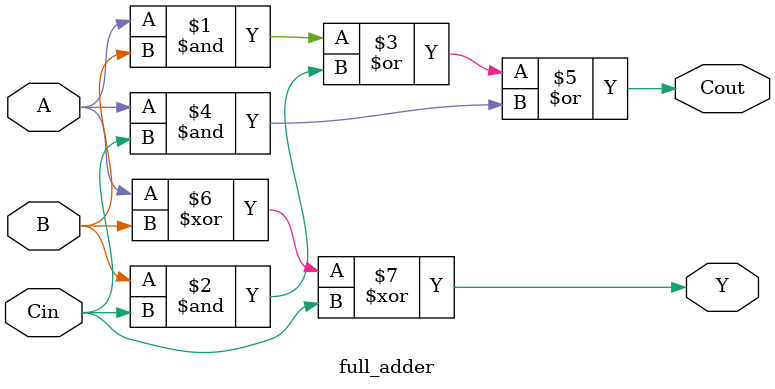
<source format=v>
module full_adder(
    input A,B,Cin,
    output Cout,Y
);

assign Cout = (A&B)|(B&Cin)|(A&Cin);
assign Y = A^B^Cin;

endmodule 
</source>
